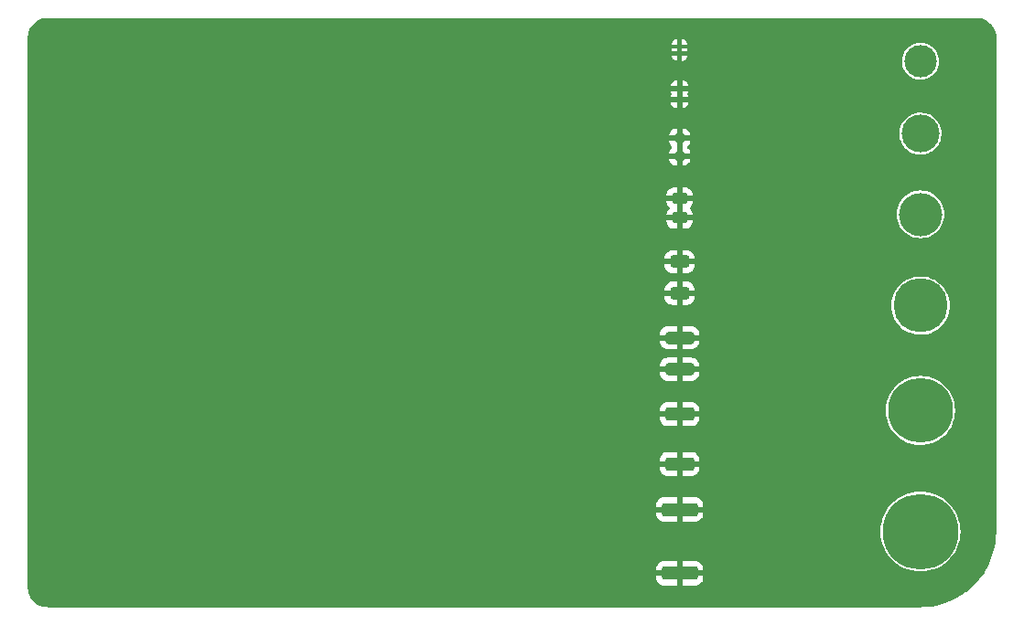
<source format=gbr>
%TF.GenerationSoftware,KiCad,Pcbnew,(6.0.0)*%
%TF.CreationDate,2022-07-14T20:59:07+12:00*%
%TF.ProjectId,BUSINESS_CARD,42555349-4e45-4535-935f-434152442e6b,0A*%
%TF.SameCoordinates,Original*%
%TF.FileFunction,Copper,L2,Bot*%
%TF.FilePolarity,Positive*%
%FSLAX46Y46*%
G04 Gerber Fmt 4.6, Leading zero omitted, Abs format (unit mm)*
G04 Created by KiCad (PCBNEW (6.0.0)) date 2022-07-14 20:59:07*
%MOMM*%
%LPD*%
G01*
G04 APERTURE LIST*
G04 Aperture macros list*
%AMRoundRect*
0 Rectangle with rounded corners*
0 $1 Rounding radius*
0 $2 $3 $4 $5 $6 $7 $8 $9 X,Y pos of 4 corners*
0 Add a 4 corners polygon primitive as box body*
4,1,4,$2,$3,$4,$5,$6,$7,$8,$9,$2,$3,0*
0 Add four circle primitives for the rounded corners*
1,1,$1+$1,$2,$3*
1,1,$1+$1,$4,$5*
1,1,$1+$1,$6,$7*
1,1,$1+$1,$8,$9*
0 Add four rect primitives between the rounded corners*
20,1,$1+$1,$2,$3,$4,$5,0*
20,1,$1+$1,$4,$5,$6,$7,0*
20,1,$1+$1,$6,$7,$8,$9,0*
20,1,$1+$1,$8,$9,$2,$3,0*%
G04 Aperture macros list end*
%TA.AperFunction,ComponentPad*%
%ADD10C,3.000000*%
%TD*%
%TA.AperFunction,ComponentPad*%
%ADD11C,3.500000*%
%TD*%
%TA.AperFunction,ComponentPad*%
%ADD12C,5.000000*%
%TD*%
%TA.AperFunction,ComponentPad*%
%ADD13C,4.000000*%
%TD*%
%TA.AperFunction,ComponentPad*%
%ADD14C,6.000000*%
%TD*%
%TA.AperFunction,ComponentPad*%
%ADD15C,7.000000*%
%TD*%
%TA.AperFunction,SMDPad,CuDef*%
%ADD16RoundRect,0.250000X-1.425000X0.362500X-1.425000X-0.362500X1.425000X-0.362500X1.425000X0.362500X0*%
%TD*%
%TA.AperFunction,SMDPad,CuDef*%
%ADD17RoundRect,0.200000X-0.275000X0.200000X-0.275000X-0.200000X0.275000X-0.200000X0.275000X0.200000X0*%
%TD*%
%TA.AperFunction,SMDPad,CuDef*%
%ADD18RoundRect,0.250000X-0.625000X0.312500X-0.625000X-0.312500X0.625000X-0.312500X0.625000X0.312500X0*%
%TD*%
%TA.AperFunction,SMDPad,CuDef*%
%ADD19RoundRect,0.100000X-0.100000X0.130000X-0.100000X-0.130000X0.100000X-0.130000X0.100000X0.130000X0*%
%TD*%
%TA.AperFunction,SMDPad,CuDef*%
%ADD20RoundRect,0.250000X-1.075000X0.362500X-1.075000X-0.362500X1.075000X-0.362500X1.075000X0.362500X0*%
%TD*%
%TA.AperFunction,SMDPad,CuDef*%
%ADD21RoundRect,0.250000X-0.450000X0.262500X-0.450000X-0.262500X0.450000X-0.262500X0.450000X0.262500X0*%
%TD*%
%TA.AperFunction,SMDPad,CuDef*%
%ADD22RoundRect,0.250000X-1.075000X0.312500X-1.075000X-0.312500X1.075000X-0.312500X1.075000X0.312500X0*%
%TD*%
%TA.AperFunction,SMDPad,CuDef*%
%ADD23RoundRect,0.135000X-0.185000X0.135000X-0.185000X-0.135000X0.185000X-0.135000X0.185000X0.135000X0*%
%TD*%
G04 APERTURE END LIST*
D10*
%TO.P,H1,1*%
%TO.N,N/C*%
X237786000Y-126714000D03*
%TD*%
D11*
%TO.P,H2,1*%
%TO.N,N/C*%
X237786000Y-133429000D03*
%TD*%
D12*
%TO.P,H4,1*%
%TO.N,N/C*%
X237786000Y-149357000D03*
%TD*%
D13*
%TO.P,H3,1*%
%TO.N,N/C*%
X237786000Y-140893000D03*
%TD*%
D14*
%TO.P,H5,1*%
%TO.N,N/C*%
X237786000Y-159071000D03*
%TD*%
D15*
%TO.P,H6,1*%
%TO.N,N/C*%
X237786000Y-170286000D03*
%TD*%
D16*
%TO.P,R8,1*%
%TO.N,GND*%
X215500000Y-168239500D03*
%TO.P,R8,2*%
X215500000Y-174164500D03*
%TD*%
D17*
%TO.P,R3,1*%
%TO.N,GND*%
X215500000Y-133845000D03*
%TO.P,R3,2*%
X215500000Y-135495000D03*
%TD*%
D18*
%TO.P,R5,1*%
%TO.N,GND*%
X215500000Y-145287500D03*
%TO.P,R5,2*%
X215500000Y-148212500D03*
%TD*%
D19*
%TO.P,R1,1*%
%TO.N,GND*%
X215500000Y-125360000D03*
%TO.P,R1,2*%
X215500000Y-126000000D03*
%TD*%
D20*
%TO.P,R6,1*%
%TO.N,GND*%
X215500000Y-159407500D03*
%TO.P,R6,2*%
X215500000Y-164032500D03*
%TD*%
D21*
%TO.P,R4,1*%
%TO.N,GND*%
X215500000Y-139397500D03*
%TO.P,R4,2*%
X215500000Y-141222500D03*
%TD*%
D22*
%TO.P,R7,1*%
%TO.N,GND*%
X215500000Y-152327500D03*
%TO.P,R7,2*%
X215500000Y-155252500D03*
%TD*%
D23*
%TO.P,R2,1*%
%TO.N,GND*%
X215500000Y-129250000D03*
%TO.P,R2,2*%
X215500000Y-130270000D03*
%TD*%
%TA.AperFunction,Conductor*%
%TO.N,GND*%
G36*
X242988227Y-122702518D02*
G01*
X242999642Y-122705143D01*
X243010517Y-122702682D01*
X243021664Y-122702702D01*
X243021664Y-122702863D01*
X243031669Y-122702076D01*
X243103759Y-122706801D01*
X243228475Y-122714975D01*
X243241302Y-122716663D01*
X243459516Y-122760068D01*
X243472016Y-122763418D01*
X243682691Y-122834933D01*
X243694653Y-122839889D01*
X243776954Y-122880475D01*
X243894180Y-122938284D01*
X243905386Y-122944753D01*
X244090385Y-123068365D01*
X244100639Y-123076233D01*
X244267914Y-123222930D01*
X244277069Y-123232085D01*
X244423767Y-123399361D01*
X244431635Y-123409615D01*
X244555247Y-123594614D01*
X244561716Y-123605820D01*
X244660111Y-123805346D01*
X244665067Y-123817309D01*
X244736581Y-124027980D01*
X244739933Y-124040489D01*
X244783336Y-124258691D01*
X244785026Y-124271530D01*
X244797891Y-124467816D01*
X244797101Y-124477628D01*
X244797375Y-124477628D01*
X244797355Y-124488778D01*
X244794857Y-124499642D01*
X244797317Y-124510514D01*
X244797317Y-124510516D01*
X244797559Y-124511583D01*
X244800000Y-124533432D01*
X244800000Y-170252040D01*
X244797482Y-170274227D01*
X244794857Y-170285642D01*
X244797317Y-170296514D01*
X244797308Y-170301702D01*
X244798851Y-170318167D01*
X244782255Y-170782837D01*
X244781751Y-170789886D01*
X244728985Y-171280684D01*
X244727979Y-171287679D01*
X244640336Y-171773453D01*
X244638834Y-171780358D01*
X244516759Y-172258645D01*
X244514768Y-172265426D01*
X244358881Y-172733788D01*
X244356411Y-172740409D01*
X244167510Y-173196459D01*
X244164577Y-173202881D01*
X244124852Y-173282241D01*
X243943623Y-173644289D01*
X243940236Y-173650492D01*
X243688360Y-174075007D01*
X243684541Y-174080950D01*
X243403011Y-174486431D01*
X243398778Y-174492086D01*
X243105821Y-174855624D01*
X243089046Y-174876440D01*
X243084425Y-174881773D01*
X242748057Y-175243059D01*
X242743066Y-175248050D01*
X242381773Y-175584425D01*
X242376448Y-175589039D01*
X242187493Y-175741309D01*
X241992088Y-175898776D01*
X241986433Y-175903010D01*
X241807195Y-176027457D01*
X241580952Y-176184540D01*
X241575010Y-176188358D01*
X241441036Y-176267849D01*
X241150492Y-176440236D01*
X241144289Y-176443623D01*
X240983198Y-176524260D01*
X240702881Y-176664577D01*
X240696459Y-176667510D01*
X240240409Y-176856411D01*
X240233788Y-176858881D01*
X240038859Y-176923760D01*
X239765418Y-177014770D01*
X239758653Y-177016757D01*
X239280353Y-177138835D01*
X239273457Y-177140335D01*
X238787668Y-177227981D01*
X238780695Y-177228983D01*
X238499016Y-177259267D01*
X238289886Y-177281751D01*
X238282837Y-177282255D01*
X237989056Y-177292748D01*
X237818692Y-177298833D01*
X237803329Y-177297366D01*
X237797221Y-177297355D01*
X237786358Y-177294857D01*
X237775486Y-177297317D01*
X237775484Y-177297317D01*
X237774417Y-177297559D01*
X237752568Y-177300000D01*
X157033960Y-177300000D01*
X157011773Y-177297482D01*
X157000358Y-177294857D01*
X156989483Y-177297318D01*
X156978336Y-177297298D01*
X156978336Y-177297137D01*
X156968331Y-177297924D01*
X156896241Y-177293199D01*
X156771525Y-177285025D01*
X156758698Y-177283337D01*
X156540484Y-177239932D01*
X156527984Y-177236582D01*
X156317308Y-177165067D01*
X156305346Y-177160111D01*
X156284304Y-177149734D01*
X156105820Y-177061716D01*
X156094614Y-177055247D01*
X155909615Y-176931635D01*
X155899361Y-176923767D01*
X155732085Y-176777069D01*
X155722930Y-176767914D01*
X155708997Y-176752027D01*
X155576233Y-176600639D01*
X155568365Y-176590385D01*
X155444753Y-176405386D01*
X155438284Y-176394180D01*
X155380475Y-176276954D01*
X155339889Y-176194653D01*
X155334933Y-176182691D01*
X155263419Y-175972020D01*
X155260067Y-175959511D01*
X155216663Y-175741302D01*
X155214974Y-175728470D01*
X155205691Y-175586827D01*
X155202109Y-175532181D01*
X155202899Y-175522372D01*
X155202625Y-175522372D01*
X155202645Y-175511222D01*
X155205143Y-175500358D01*
X155202683Y-175489486D01*
X155202683Y-175489484D01*
X155202441Y-175488417D01*
X155200000Y-175466568D01*
X155200000Y-174574792D01*
X213317001Y-174574792D01*
X213317267Y-174579922D01*
X213327409Y-174677673D01*
X213329682Y-174688200D01*
X213382086Y-174845277D01*
X213386933Y-174855624D01*
X213473891Y-174996145D01*
X213480987Y-175005098D01*
X213597939Y-175121847D01*
X213606904Y-175128927D01*
X213747580Y-175215641D01*
X213757934Y-175220469D01*
X213915110Y-175272602D01*
X213925621Y-175274855D01*
X214022112Y-175284741D01*
X214027170Y-175285000D01*
X215230320Y-175285000D01*
X215243005Y-175280878D01*
X215246000Y-175276757D01*
X215246000Y-175269319D01*
X215754000Y-175269319D01*
X215758122Y-175282004D01*
X215762243Y-175284999D01*
X216972792Y-175284999D01*
X216977922Y-175284733D01*
X217075673Y-175274591D01*
X217086200Y-175272318D01*
X217243277Y-175219914D01*
X217253624Y-175215067D01*
X217394145Y-175128109D01*
X217403098Y-175121013D01*
X217519847Y-175004061D01*
X217526927Y-174995096D01*
X217613641Y-174854420D01*
X217618469Y-174844066D01*
X217670602Y-174686890D01*
X217672855Y-174676379D01*
X217682741Y-174579888D01*
X217683000Y-174574830D01*
X217683000Y-174434180D01*
X217678878Y-174421495D01*
X217674757Y-174418500D01*
X215769680Y-174418500D01*
X215756995Y-174422622D01*
X215754000Y-174426743D01*
X215754000Y-175269319D01*
X215246000Y-175269319D01*
X215246000Y-174434180D01*
X215241878Y-174421495D01*
X215237757Y-174418500D01*
X213332681Y-174418500D01*
X213319996Y-174422622D01*
X213317001Y-174426743D01*
X213317001Y-174574792D01*
X155200000Y-174574792D01*
X155200000Y-173894820D01*
X213317000Y-173894820D01*
X213321122Y-173907505D01*
X213325243Y-173910500D01*
X215230320Y-173910500D01*
X215243005Y-173906378D01*
X215246000Y-173902257D01*
X215246000Y-173894820D01*
X215754000Y-173894820D01*
X215758122Y-173907505D01*
X215762243Y-173910500D01*
X217667319Y-173910500D01*
X217680004Y-173906378D01*
X217682999Y-173902257D01*
X217682999Y-173754208D01*
X217682733Y-173749078D01*
X217672591Y-173651327D01*
X217670318Y-173640800D01*
X217617914Y-173483723D01*
X217613067Y-173473376D01*
X217526109Y-173332855D01*
X217519013Y-173323902D01*
X217402061Y-173207153D01*
X217393096Y-173200073D01*
X217252420Y-173113359D01*
X217242066Y-173108531D01*
X217084890Y-173056398D01*
X217074379Y-173054145D01*
X216977888Y-173044259D01*
X216972830Y-173044000D01*
X215769680Y-173044000D01*
X215756995Y-173048122D01*
X215754000Y-173052243D01*
X215754000Y-173894820D01*
X215246000Y-173894820D01*
X215246000Y-173059681D01*
X215241878Y-173046996D01*
X215237757Y-173044001D01*
X214027208Y-173044001D01*
X214022078Y-173044267D01*
X213924327Y-173054409D01*
X213913800Y-173056682D01*
X213756723Y-173109086D01*
X213746376Y-173113933D01*
X213605855Y-173200891D01*
X213596902Y-173207987D01*
X213480153Y-173324939D01*
X213473073Y-173333904D01*
X213386359Y-173474580D01*
X213381531Y-173484934D01*
X213329398Y-173642110D01*
X213327145Y-173652621D01*
X213317259Y-173749112D01*
X213317000Y-173754171D01*
X213317000Y-173894820D01*
X155200000Y-173894820D01*
X155200000Y-170286000D01*
X234080422Y-170286000D01*
X234100722Y-170673338D01*
X234161398Y-171056433D01*
X234261786Y-171431087D01*
X234400786Y-171793194D01*
X234576875Y-172138789D01*
X234578286Y-172140961D01*
X234578289Y-172140967D01*
X234786707Y-172461903D01*
X234786713Y-172461911D01*
X234788124Y-172464084D01*
X235032219Y-172765516D01*
X235306484Y-173039781D01*
X235607916Y-173283876D01*
X235610089Y-173285287D01*
X235610097Y-173285293D01*
X235931033Y-173493711D01*
X235931039Y-173493714D01*
X235933211Y-173495125D01*
X236278806Y-173671214D01*
X236640913Y-173810214D01*
X236643416Y-173810885D01*
X236643417Y-173810885D01*
X237013058Y-173909930D01*
X237013063Y-173909931D01*
X237015567Y-173910602D01*
X237018138Y-173911009D01*
X237018137Y-173911009D01*
X237396096Y-173970872D01*
X237396104Y-173970873D01*
X237398662Y-173971278D01*
X237786000Y-173991578D01*
X238173338Y-173971278D01*
X238175896Y-173970873D01*
X238175904Y-173970872D01*
X238553863Y-173911009D01*
X238553862Y-173911009D01*
X238556433Y-173910602D01*
X238558937Y-173909931D01*
X238558942Y-173909930D01*
X238928583Y-173810885D01*
X238928584Y-173810885D01*
X238931087Y-173810214D01*
X239293194Y-173671214D01*
X239638789Y-173495125D01*
X239640961Y-173493714D01*
X239640967Y-173493711D01*
X239961903Y-173285293D01*
X239961911Y-173285287D01*
X239964084Y-173283876D01*
X240265516Y-173039781D01*
X240539781Y-172765516D01*
X240783876Y-172464084D01*
X240785287Y-172461911D01*
X240785293Y-172461903D01*
X240993711Y-172140967D01*
X240993714Y-172140961D01*
X240995125Y-172138789D01*
X241171214Y-171793194D01*
X241310214Y-171431087D01*
X241410602Y-171056433D01*
X241471278Y-170673338D01*
X241491578Y-170286000D01*
X241471278Y-169898662D01*
X241410602Y-169515567D01*
X241366710Y-169351757D01*
X241310885Y-169143417D01*
X241310885Y-169143416D01*
X241310214Y-169140913D01*
X241171214Y-168778806D01*
X240995125Y-168433211D01*
X240993711Y-168431033D01*
X240785293Y-168110097D01*
X240785287Y-168110089D01*
X240783876Y-168107916D01*
X240539781Y-167806484D01*
X240265516Y-167532219D01*
X239964084Y-167288124D01*
X239961911Y-167286713D01*
X239961903Y-167286707D01*
X239640967Y-167078289D01*
X239640961Y-167078286D01*
X239638789Y-167076875D01*
X239293194Y-166900786D01*
X238931087Y-166761786D01*
X238928583Y-166761115D01*
X238558942Y-166662070D01*
X238558937Y-166662069D01*
X238556433Y-166661398D01*
X238515884Y-166654976D01*
X238175904Y-166601128D01*
X238175896Y-166601127D01*
X238173338Y-166600722D01*
X237786000Y-166580422D01*
X237398662Y-166600722D01*
X237396104Y-166601127D01*
X237396096Y-166601128D01*
X237056116Y-166654976D01*
X237015567Y-166661398D01*
X237013063Y-166662069D01*
X237013058Y-166662070D01*
X236643417Y-166761115D01*
X236640913Y-166761786D01*
X236278806Y-166900786D01*
X235933211Y-167076875D01*
X235931039Y-167078286D01*
X235931033Y-167078289D01*
X235610097Y-167286707D01*
X235610089Y-167286713D01*
X235607916Y-167288124D01*
X235306484Y-167532219D01*
X235032219Y-167806484D01*
X234788124Y-168107916D01*
X234786713Y-168110089D01*
X234786707Y-168110097D01*
X234578289Y-168431033D01*
X234576875Y-168433211D01*
X234400786Y-168778806D01*
X234261786Y-169140913D01*
X234261115Y-169143416D01*
X234261115Y-169143417D01*
X234205291Y-169351757D01*
X234161398Y-169515567D01*
X234100722Y-169898662D01*
X234080422Y-170286000D01*
X155200000Y-170286000D01*
X155200000Y-168649792D01*
X213317001Y-168649792D01*
X213317267Y-168654922D01*
X213327409Y-168752673D01*
X213329682Y-168763200D01*
X213382086Y-168920277D01*
X213386933Y-168930624D01*
X213473891Y-169071145D01*
X213480987Y-169080098D01*
X213597939Y-169196847D01*
X213606904Y-169203927D01*
X213747580Y-169290641D01*
X213757934Y-169295469D01*
X213915110Y-169347602D01*
X213925621Y-169349855D01*
X214022112Y-169359741D01*
X214027170Y-169360000D01*
X215230320Y-169360000D01*
X215243005Y-169355878D01*
X215246000Y-169351757D01*
X215246000Y-169344319D01*
X215754000Y-169344319D01*
X215758122Y-169357004D01*
X215762243Y-169359999D01*
X216972792Y-169359999D01*
X216977922Y-169359733D01*
X217075673Y-169349591D01*
X217086200Y-169347318D01*
X217243277Y-169294914D01*
X217253624Y-169290067D01*
X217394145Y-169203109D01*
X217403098Y-169196013D01*
X217519847Y-169079061D01*
X217526927Y-169070096D01*
X217613641Y-168929420D01*
X217618469Y-168919066D01*
X217670602Y-168761890D01*
X217672855Y-168751379D01*
X217682741Y-168654888D01*
X217683000Y-168649830D01*
X217683000Y-168509180D01*
X217678878Y-168496495D01*
X217674757Y-168493500D01*
X215769680Y-168493500D01*
X215756995Y-168497622D01*
X215754000Y-168501743D01*
X215754000Y-169344319D01*
X215246000Y-169344319D01*
X215246000Y-168509180D01*
X215241878Y-168496495D01*
X215237757Y-168493500D01*
X213332681Y-168493500D01*
X213319996Y-168497622D01*
X213317001Y-168501743D01*
X213317001Y-168649792D01*
X155200000Y-168649792D01*
X155200000Y-167969820D01*
X213317000Y-167969820D01*
X213321122Y-167982505D01*
X213325243Y-167985500D01*
X215230320Y-167985500D01*
X215243005Y-167981378D01*
X215246000Y-167977257D01*
X215246000Y-167969820D01*
X215754000Y-167969820D01*
X215758122Y-167982505D01*
X215762243Y-167985500D01*
X217667319Y-167985500D01*
X217680004Y-167981378D01*
X217682999Y-167977257D01*
X217682999Y-167829208D01*
X217682733Y-167824078D01*
X217672591Y-167726327D01*
X217670318Y-167715800D01*
X217617914Y-167558723D01*
X217613067Y-167548376D01*
X217526109Y-167407855D01*
X217519013Y-167398902D01*
X217402061Y-167282153D01*
X217393096Y-167275073D01*
X217252420Y-167188359D01*
X217242066Y-167183531D01*
X217084890Y-167131398D01*
X217074379Y-167129145D01*
X216977888Y-167119259D01*
X216972830Y-167119000D01*
X215769680Y-167119000D01*
X215756995Y-167123122D01*
X215754000Y-167127243D01*
X215754000Y-167969820D01*
X215246000Y-167969820D01*
X215246000Y-167134681D01*
X215241878Y-167121996D01*
X215237757Y-167119001D01*
X214027208Y-167119001D01*
X214022078Y-167119267D01*
X213924327Y-167129409D01*
X213913800Y-167131682D01*
X213756723Y-167184086D01*
X213746376Y-167188933D01*
X213605855Y-167275891D01*
X213596902Y-167282987D01*
X213480153Y-167399939D01*
X213473073Y-167408904D01*
X213386359Y-167549580D01*
X213381531Y-167559934D01*
X213329398Y-167717110D01*
X213327145Y-167727621D01*
X213317259Y-167824112D01*
X213317000Y-167829171D01*
X213317000Y-167969820D01*
X155200000Y-167969820D01*
X155200000Y-164442792D01*
X213667001Y-164442792D01*
X213667267Y-164447922D01*
X213677409Y-164545673D01*
X213679682Y-164556200D01*
X213732086Y-164713277D01*
X213736933Y-164723624D01*
X213823891Y-164864145D01*
X213830987Y-164873098D01*
X213947939Y-164989847D01*
X213956904Y-164996927D01*
X214097580Y-165083641D01*
X214107934Y-165088469D01*
X214265110Y-165140602D01*
X214275621Y-165142855D01*
X214372112Y-165152741D01*
X214377170Y-165153000D01*
X215230320Y-165153000D01*
X215243005Y-165148878D01*
X215246000Y-165144757D01*
X215246000Y-165137319D01*
X215754000Y-165137319D01*
X215758122Y-165150004D01*
X215762243Y-165152999D01*
X216622792Y-165152999D01*
X216627922Y-165152733D01*
X216725673Y-165142591D01*
X216736200Y-165140318D01*
X216893277Y-165087914D01*
X216903624Y-165083067D01*
X217044145Y-164996109D01*
X217053098Y-164989013D01*
X217169847Y-164872061D01*
X217176927Y-164863096D01*
X217263641Y-164722420D01*
X217268469Y-164712066D01*
X217320602Y-164554890D01*
X217322855Y-164544379D01*
X217332741Y-164447888D01*
X217333000Y-164442830D01*
X217333000Y-164302180D01*
X217328878Y-164289495D01*
X217324757Y-164286500D01*
X215769680Y-164286500D01*
X215756995Y-164290622D01*
X215754000Y-164294743D01*
X215754000Y-165137319D01*
X215246000Y-165137319D01*
X215246000Y-164302180D01*
X215241878Y-164289495D01*
X215237757Y-164286500D01*
X213682681Y-164286500D01*
X213669996Y-164290622D01*
X213667001Y-164294743D01*
X213667001Y-164442792D01*
X155200000Y-164442792D01*
X155200000Y-163762820D01*
X213667000Y-163762820D01*
X213671122Y-163775505D01*
X213675243Y-163778500D01*
X215230320Y-163778500D01*
X215243005Y-163774378D01*
X215246000Y-163770257D01*
X215246000Y-163762820D01*
X215754000Y-163762820D01*
X215758122Y-163775505D01*
X215762243Y-163778500D01*
X217317319Y-163778500D01*
X217330004Y-163774378D01*
X217332999Y-163770257D01*
X217332999Y-163622208D01*
X217332733Y-163617078D01*
X217322591Y-163519327D01*
X217320318Y-163508800D01*
X217267914Y-163351723D01*
X217263067Y-163341376D01*
X217176109Y-163200855D01*
X217169013Y-163191902D01*
X217052061Y-163075153D01*
X217043096Y-163068073D01*
X216902420Y-162981359D01*
X216892066Y-162976531D01*
X216734890Y-162924398D01*
X216724379Y-162922145D01*
X216627888Y-162912259D01*
X216622830Y-162912000D01*
X215769680Y-162912000D01*
X215756995Y-162916122D01*
X215754000Y-162920243D01*
X215754000Y-163762820D01*
X215246000Y-163762820D01*
X215246000Y-162927681D01*
X215241878Y-162914996D01*
X215237757Y-162912001D01*
X214377208Y-162912001D01*
X214372078Y-162912267D01*
X214274327Y-162922409D01*
X214263800Y-162924682D01*
X214106723Y-162977086D01*
X214096376Y-162981933D01*
X213955855Y-163068891D01*
X213946902Y-163075987D01*
X213830153Y-163192939D01*
X213823073Y-163201904D01*
X213736359Y-163342580D01*
X213731531Y-163352934D01*
X213679398Y-163510110D01*
X213677145Y-163520621D01*
X213667259Y-163617112D01*
X213667000Y-163622171D01*
X213667000Y-163762820D01*
X155200000Y-163762820D01*
X155200000Y-159817792D01*
X213667001Y-159817792D01*
X213667267Y-159822922D01*
X213677409Y-159920673D01*
X213679682Y-159931200D01*
X213732086Y-160088277D01*
X213736933Y-160098624D01*
X213823891Y-160239145D01*
X213830987Y-160248098D01*
X213947939Y-160364847D01*
X213956904Y-160371927D01*
X214097580Y-160458641D01*
X214107934Y-160463469D01*
X214265110Y-160515602D01*
X214275621Y-160517855D01*
X214372112Y-160527741D01*
X214377170Y-160528000D01*
X215230320Y-160528000D01*
X215243005Y-160523878D01*
X215246000Y-160519757D01*
X215246000Y-160512319D01*
X215754000Y-160512319D01*
X215758122Y-160525004D01*
X215762243Y-160527999D01*
X216622792Y-160527999D01*
X216627922Y-160527733D01*
X216725673Y-160517591D01*
X216736200Y-160515318D01*
X216893277Y-160462914D01*
X216903624Y-160458067D01*
X217044145Y-160371109D01*
X217053098Y-160364013D01*
X217169847Y-160247061D01*
X217176927Y-160238096D01*
X217263641Y-160097420D01*
X217268469Y-160087066D01*
X217320602Y-159929890D01*
X217322855Y-159919379D01*
X217332741Y-159822888D01*
X217333000Y-159817830D01*
X217333000Y-159677180D01*
X217328878Y-159664495D01*
X217324757Y-159661500D01*
X215769680Y-159661500D01*
X215756995Y-159665622D01*
X215754000Y-159669743D01*
X215754000Y-160512319D01*
X215246000Y-160512319D01*
X215246000Y-159677180D01*
X215241878Y-159664495D01*
X215237757Y-159661500D01*
X213682681Y-159661500D01*
X213669996Y-159665622D01*
X213667001Y-159669743D01*
X213667001Y-159817792D01*
X155200000Y-159817792D01*
X155200000Y-159137820D01*
X213667000Y-159137820D01*
X213671122Y-159150505D01*
X213675243Y-159153500D01*
X215230320Y-159153500D01*
X215243005Y-159149378D01*
X215246000Y-159145257D01*
X215246000Y-159137820D01*
X215754000Y-159137820D01*
X215758122Y-159150505D01*
X215762243Y-159153500D01*
X217317319Y-159153500D01*
X217330004Y-159149378D01*
X217332999Y-159145257D01*
X217332999Y-159026244D01*
X234580769Y-159026244D01*
X234595756Y-159383806D01*
X234596177Y-159386528D01*
X234596178Y-159386534D01*
X234616395Y-159517125D01*
X234650506Y-159737470D01*
X234744337Y-160082827D01*
X234745355Y-160085399D01*
X234745357Y-160085404D01*
X234858476Y-160371109D01*
X234876080Y-160415572D01*
X235044093Y-160731558D01*
X235045655Y-160733839D01*
X235244713Y-161024558D01*
X235244719Y-161024566D01*
X235246281Y-161026847D01*
X235480125Y-161297757D01*
X235742710Y-161540913D01*
X236030763Y-161753284D01*
X236340693Y-161932222D01*
X236473481Y-161990236D01*
X236666114Y-162074396D01*
X236666118Y-162074398D01*
X236668637Y-162075498D01*
X236671263Y-162076311D01*
X236671266Y-162076312D01*
X237007868Y-162180508D01*
X237007877Y-162180510D01*
X237010509Y-162181325D01*
X237362046Y-162248384D01*
X237718868Y-162275840D01*
X237721620Y-162275744D01*
X237721625Y-162275744D01*
X237956591Y-162267538D01*
X238076527Y-162263350D01*
X238430564Y-162211071D01*
X238433233Y-162210366D01*
X238433237Y-162210365D01*
X238773907Y-162120356D01*
X238773910Y-162120355D01*
X238776567Y-162119653D01*
X239110224Y-161990236D01*
X239427375Y-161824433D01*
X239724068Y-161624311D01*
X239726181Y-161622513D01*
X239994501Y-161394155D01*
X239994505Y-161394152D01*
X239996605Y-161392364D01*
X239998490Y-161390357D01*
X239998496Y-161390351D01*
X240239692Y-161133502D01*
X240241588Y-161131483D01*
X240321579Y-161024558D01*
X240454305Y-160847139D01*
X240455965Y-160844920D01*
X240457361Y-160842540D01*
X240457366Y-160842533D01*
X240635663Y-160538631D01*
X240637062Y-160536247D01*
X240782624Y-160209311D01*
X240870846Y-159931200D01*
X240890002Y-159870813D01*
X240890003Y-159870808D01*
X240890835Y-159868186D01*
X240916189Y-159740140D01*
X240959811Y-159519834D01*
X240959812Y-159519827D01*
X240960347Y-159517125D01*
X240990293Y-159160504D01*
X240991543Y-159071000D01*
X240987418Y-158997208D01*
X240971720Y-158716436D01*
X240971720Y-158716435D01*
X240971566Y-158713682D01*
X240911883Y-158360817D01*
X240813239Y-158016804D01*
X240676863Y-157685931D01*
X240504455Y-157372321D01*
X240298163Y-157079884D01*
X240060560Y-156812265D01*
X240058511Y-156810421D01*
X240058507Y-156810416D01*
X239927037Y-156692041D01*
X239794605Y-156572799D01*
X239721251Y-156520283D01*
X239505871Y-156366085D01*
X239505866Y-156366082D01*
X239503616Y-156364471D01*
X239191218Y-156189877D01*
X239188670Y-156188806D01*
X239188662Y-156188802D01*
X238987034Y-156104046D01*
X238861304Y-156051194D01*
X238517989Y-155950151D01*
X238297731Y-155911313D01*
X238168267Y-155888485D01*
X238168262Y-155888484D01*
X238165549Y-155888006D01*
X237808379Y-155865535D01*
X237805618Y-155865670D01*
X237805614Y-155865670D01*
X237499171Y-155880658D01*
X237450930Y-155883017D01*
X237097657Y-155940235D01*
X236752963Y-156036475D01*
X236592989Y-156101109D01*
X236423707Y-156169503D01*
X236423703Y-156169505D01*
X236421146Y-156170538D01*
X236382879Y-156191229D01*
X236108770Y-156339439D01*
X236108761Y-156339444D01*
X236106341Y-156340753D01*
X235812471Y-156544998D01*
X235543199Y-156780727D01*
X235301882Y-157045003D01*
X235091528Y-157334531D01*
X235090161Y-157336938D01*
X235090160Y-157336939D01*
X234916125Y-157643294D01*
X234916121Y-157643301D01*
X234914757Y-157645703D01*
X234913668Y-157648245D01*
X234913664Y-157648252D01*
X234832766Y-157837004D01*
X234773775Y-157974640D01*
X234772979Y-157977275D01*
X234772978Y-157977279D01*
X234675639Y-158299682D01*
X234670337Y-158317242D01*
X234669841Y-158319945D01*
X234669839Y-158319953D01*
X234606233Y-158666518D01*
X234605734Y-158669239D01*
X234580769Y-159026244D01*
X217332999Y-159026244D01*
X217332999Y-158997208D01*
X217332733Y-158992078D01*
X217322591Y-158894327D01*
X217320318Y-158883800D01*
X217267914Y-158726723D01*
X217263067Y-158716376D01*
X217176109Y-158575855D01*
X217169013Y-158566902D01*
X217052061Y-158450153D01*
X217043096Y-158443073D01*
X216902420Y-158356359D01*
X216892066Y-158351531D01*
X216734890Y-158299398D01*
X216724379Y-158297145D01*
X216627888Y-158287259D01*
X216622830Y-158287000D01*
X215769680Y-158287000D01*
X215756995Y-158291122D01*
X215754000Y-158295243D01*
X215754000Y-159137820D01*
X215246000Y-159137820D01*
X215246000Y-158302681D01*
X215241878Y-158289996D01*
X215237757Y-158287001D01*
X214377208Y-158287001D01*
X214372078Y-158287267D01*
X214274327Y-158297409D01*
X214263800Y-158299682D01*
X214106723Y-158352086D01*
X214096376Y-158356933D01*
X213955855Y-158443891D01*
X213946902Y-158450987D01*
X213830153Y-158567939D01*
X213823073Y-158576904D01*
X213736359Y-158717580D01*
X213731531Y-158727934D01*
X213679398Y-158885110D01*
X213677145Y-158895621D01*
X213667259Y-158992112D01*
X213667000Y-158997171D01*
X213667000Y-159137820D01*
X155200000Y-159137820D01*
X155200000Y-155612792D01*
X213667001Y-155612792D01*
X213667267Y-155617922D01*
X213677409Y-155715673D01*
X213679682Y-155726200D01*
X213732086Y-155883277D01*
X213736933Y-155893624D01*
X213823891Y-156034145D01*
X213830987Y-156043098D01*
X213947939Y-156159847D01*
X213956904Y-156166927D01*
X214097580Y-156253641D01*
X214107934Y-156258469D01*
X214265110Y-156310602D01*
X214275621Y-156312855D01*
X214372112Y-156322741D01*
X214377170Y-156323000D01*
X215230320Y-156323000D01*
X215243005Y-156318878D01*
X215246000Y-156314757D01*
X215246000Y-156307319D01*
X215754000Y-156307319D01*
X215758122Y-156320004D01*
X215762243Y-156322999D01*
X216622792Y-156322999D01*
X216627922Y-156322733D01*
X216725673Y-156312591D01*
X216736200Y-156310318D01*
X216893277Y-156257914D01*
X216903624Y-156253067D01*
X217044145Y-156166109D01*
X217053098Y-156159013D01*
X217169847Y-156042061D01*
X217176927Y-156033096D01*
X217263641Y-155892420D01*
X217268469Y-155882066D01*
X217320602Y-155724890D01*
X217322855Y-155714379D01*
X217332741Y-155617888D01*
X217333000Y-155612830D01*
X217333000Y-155522180D01*
X217328878Y-155509495D01*
X217324757Y-155506500D01*
X215769680Y-155506500D01*
X215756995Y-155510622D01*
X215754000Y-155514743D01*
X215754000Y-156307319D01*
X215246000Y-156307319D01*
X215246000Y-155522180D01*
X215241878Y-155509495D01*
X215237757Y-155506500D01*
X213682681Y-155506500D01*
X213669996Y-155510622D01*
X213667001Y-155514743D01*
X213667001Y-155612792D01*
X155200000Y-155612792D01*
X155200000Y-154982820D01*
X213667000Y-154982820D01*
X213671122Y-154995505D01*
X213675243Y-154998500D01*
X215230320Y-154998500D01*
X215243005Y-154994378D01*
X215246000Y-154990257D01*
X215246000Y-154982820D01*
X215754000Y-154982820D01*
X215758122Y-154995505D01*
X215762243Y-154998500D01*
X217317319Y-154998500D01*
X217330004Y-154994378D01*
X217332999Y-154990257D01*
X217332999Y-154892208D01*
X217332733Y-154887078D01*
X217322591Y-154789327D01*
X217320318Y-154778800D01*
X217267914Y-154621723D01*
X217263067Y-154611376D01*
X217176109Y-154470855D01*
X217169013Y-154461902D01*
X217052061Y-154345153D01*
X217043096Y-154338073D01*
X216902420Y-154251359D01*
X216892066Y-154246531D01*
X216734890Y-154194398D01*
X216724379Y-154192145D01*
X216627888Y-154182259D01*
X216622830Y-154182000D01*
X215769680Y-154182000D01*
X215756995Y-154186122D01*
X215754000Y-154190243D01*
X215754000Y-154982820D01*
X215246000Y-154982820D01*
X215246000Y-154197681D01*
X215241878Y-154184996D01*
X215237757Y-154182001D01*
X214377208Y-154182001D01*
X214372078Y-154182267D01*
X214274327Y-154192409D01*
X214263800Y-154194682D01*
X214106723Y-154247086D01*
X214096376Y-154251933D01*
X213955855Y-154338891D01*
X213946902Y-154345987D01*
X213830153Y-154462939D01*
X213823073Y-154471904D01*
X213736359Y-154612580D01*
X213731531Y-154622934D01*
X213679398Y-154780110D01*
X213677145Y-154790621D01*
X213667259Y-154887112D01*
X213667000Y-154892171D01*
X213667000Y-154982820D01*
X155200000Y-154982820D01*
X155200000Y-152687792D01*
X213667001Y-152687792D01*
X213667267Y-152692922D01*
X213677409Y-152790673D01*
X213679682Y-152801200D01*
X213732086Y-152958277D01*
X213736933Y-152968624D01*
X213823891Y-153109145D01*
X213830987Y-153118098D01*
X213947939Y-153234847D01*
X213956904Y-153241927D01*
X214097580Y-153328641D01*
X214107934Y-153333469D01*
X214265110Y-153385602D01*
X214275621Y-153387855D01*
X214372112Y-153397741D01*
X214377170Y-153398000D01*
X215230320Y-153398000D01*
X215243005Y-153393878D01*
X215246000Y-153389757D01*
X215246000Y-153382319D01*
X215754000Y-153382319D01*
X215758122Y-153395004D01*
X215762243Y-153397999D01*
X216622792Y-153397999D01*
X216627922Y-153397733D01*
X216725673Y-153387591D01*
X216736200Y-153385318D01*
X216893277Y-153332914D01*
X216903624Y-153328067D01*
X217044145Y-153241109D01*
X217053098Y-153234013D01*
X217169847Y-153117061D01*
X217176927Y-153108096D01*
X217263641Y-152967420D01*
X217268469Y-152957066D01*
X217320602Y-152799890D01*
X217322855Y-152789379D01*
X217332741Y-152692888D01*
X217333000Y-152687830D01*
X217333000Y-152597180D01*
X217328878Y-152584495D01*
X217324757Y-152581500D01*
X215769680Y-152581500D01*
X215756995Y-152585622D01*
X215754000Y-152589743D01*
X215754000Y-153382319D01*
X215246000Y-153382319D01*
X215246000Y-152597180D01*
X215241878Y-152584495D01*
X215237757Y-152581500D01*
X213682681Y-152581500D01*
X213669996Y-152585622D01*
X213667001Y-152589743D01*
X213667001Y-152687792D01*
X155200000Y-152687792D01*
X155200000Y-152057820D01*
X213667000Y-152057820D01*
X213671122Y-152070505D01*
X213675243Y-152073500D01*
X215230320Y-152073500D01*
X215243005Y-152069378D01*
X215246000Y-152065257D01*
X215246000Y-152057820D01*
X215754000Y-152057820D01*
X215758122Y-152070505D01*
X215762243Y-152073500D01*
X217317319Y-152073500D01*
X217330004Y-152069378D01*
X217332999Y-152065257D01*
X217332999Y-151967208D01*
X217332733Y-151962078D01*
X217322591Y-151864327D01*
X217320318Y-151853800D01*
X217267914Y-151696723D01*
X217263067Y-151686376D01*
X217176109Y-151545855D01*
X217169013Y-151536902D01*
X217052061Y-151420153D01*
X217043096Y-151413073D01*
X216902420Y-151326359D01*
X216892066Y-151321531D01*
X216734890Y-151269398D01*
X216724379Y-151267145D01*
X216627888Y-151257259D01*
X216622830Y-151257000D01*
X215769680Y-151257000D01*
X215756995Y-151261122D01*
X215754000Y-151265243D01*
X215754000Y-152057820D01*
X215246000Y-152057820D01*
X215246000Y-151272681D01*
X215241878Y-151259996D01*
X215237757Y-151257001D01*
X214377208Y-151257001D01*
X214372078Y-151257267D01*
X214274327Y-151267409D01*
X214263800Y-151269682D01*
X214106723Y-151322086D01*
X214096376Y-151326933D01*
X213955855Y-151413891D01*
X213946902Y-151420987D01*
X213830153Y-151537939D01*
X213823073Y-151546904D01*
X213736359Y-151687580D01*
X213731531Y-151697934D01*
X213679398Y-151855110D01*
X213677145Y-151865621D01*
X213667259Y-151962112D01*
X213667000Y-151967171D01*
X213667000Y-152057820D01*
X155200000Y-152057820D01*
X155200000Y-149328669D01*
X235080712Y-149328669D01*
X235080860Y-149331643D01*
X235080860Y-149331648D01*
X235082122Y-149357000D01*
X235096902Y-149653879D01*
X235152045Y-149974789D01*
X235245341Y-150286749D01*
X235375439Y-150585242D01*
X235376951Y-150587814D01*
X235376953Y-150587818D01*
X235421076Y-150662873D01*
X235540455Y-150865944D01*
X235737998Y-151124788D01*
X235965208Y-151358025D01*
X235967526Y-151359892D01*
X235967527Y-151359893D01*
X236216461Y-151560399D01*
X236216466Y-151560403D01*
X236218792Y-151562276D01*
X236221322Y-151563854D01*
X236221325Y-151563856D01*
X236359566Y-151650070D01*
X236495078Y-151734583D01*
X236790063Y-151872451D01*
X237099474Y-151973881D01*
X237102401Y-151974463D01*
X237102404Y-151974464D01*
X237415912Y-152036825D01*
X237415919Y-152036826D01*
X237418830Y-152037405D01*
X237421792Y-152037630D01*
X237421797Y-152037631D01*
X237740531Y-152061876D01*
X237740535Y-152061876D01*
X237743505Y-152062102D01*
X237855445Y-152057117D01*
X238065819Y-152047748D01*
X238065827Y-152047747D01*
X238068795Y-152047615D01*
X238389989Y-151994154D01*
X238626683Y-151924716D01*
X238699561Y-151903336D01*
X238699563Y-151903335D01*
X238702434Y-151902493D01*
X238705183Y-151901312D01*
X238998865Y-151775136D01*
X238998868Y-151775134D01*
X239001604Y-151773959D01*
X239132491Y-151697934D01*
X239280586Y-151611913D01*
X239283165Y-151610415D01*
X239285537Y-151608624D01*
X239285545Y-151608619D01*
X239540669Y-151416020D01*
X239540670Y-151416019D01*
X239543040Y-151414230D01*
X239777464Y-151188245D01*
X239983040Y-150935733D01*
X240156792Y-150660354D01*
X240296202Y-150366095D01*
X240399251Y-150057218D01*
X240399848Y-150054298D01*
X240463849Y-149741123D01*
X240463850Y-149741114D01*
X240464446Y-149738199D01*
X240471065Y-149656820D01*
X240490701Y-149415409D01*
X240490702Y-149415397D01*
X240490843Y-149413658D01*
X240491436Y-149357000D01*
X240471841Y-149031977D01*
X240413342Y-148711663D01*
X240316784Y-148400696D01*
X240183567Y-148103582D01*
X240015621Y-147824624D01*
X239815377Y-147567863D01*
X239585738Y-147337018D01*
X239426341Y-147211359D01*
X239332374Y-147137281D01*
X239332367Y-147137276D01*
X239330029Y-147135433D01*
X239051954Y-146966029D01*
X239020428Y-146951695D01*
X238758261Y-146832494D01*
X238758257Y-146832493D01*
X238755542Y-146831258D01*
X238445085Y-146733073D01*
X238442155Y-146732522D01*
X238128012Y-146673448D01*
X238128009Y-146673448D01*
X238125081Y-146672897D01*
X237800166Y-146651601D01*
X237797185Y-146651765D01*
X237797178Y-146651765D01*
X237478022Y-146669330D01*
X237478019Y-146669330D01*
X237475045Y-146669494D01*
X237154429Y-146726315D01*
X237151571Y-146727186D01*
X237151567Y-146727187D01*
X237019079Y-146767567D01*
X236842961Y-146821244D01*
X236840235Y-146822449D01*
X236840230Y-146822451D01*
X236547885Y-146951695D01*
X236545153Y-146952903D01*
X236265319Y-147119386D01*
X236007513Y-147318282D01*
X235775469Y-147546710D01*
X235572548Y-147801360D01*
X235401690Y-148078544D01*
X235265369Y-148374247D01*
X235165560Y-148684185D01*
X235164995Y-148687104D01*
X235164995Y-148687105D01*
X235105591Y-148994145D01*
X235103709Y-149003870D01*
X235080712Y-149328669D01*
X155200000Y-149328669D01*
X155200000Y-148572792D01*
X214117001Y-148572792D01*
X214117267Y-148577922D01*
X214127409Y-148675673D01*
X214129682Y-148686200D01*
X214182086Y-148843277D01*
X214186933Y-148853624D01*
X214273891Y-148994145D01*
X214280987Y-149003098D01*
X214397939Y-149119847D01*
X214406904Y-149126927D01*
X214547580Y-149213641D01*
X214557934Y-149218469D01*
X214715110Y-149270602D01*
X214725621Y-149272855D01*
X214822112Y-149282741D01*
X214827170Y-149283000D01*
X215230320Y-149283000D01*
X215243005Y-149278878D01*
X215246000Y-149274757D01*
X215246000Y-149267319D01*
X215754000Y-149267319D01*
X215758122Y-149280004D01*
X215762243Y-149282999D01*
X216172792Y-149282999D01*
X216177922Y-149282733D01*
X216275673Y-149272591D01*
X216286200Y-149270318D01*
X216443277Y-149217914D01*
X216453624Y-149213067D01*
X216594145Y-149126109D01*
X216603098Y-149119013D01*
X216719847Y-149002061D01*
X216726927Y-148993096D01*
X216813641Y-148852420D01*
X216818469Y-148842066D01*
X216870602Y-148684890D01*
X216872855Y-148674379D01*
X216882741Y-148577888D01*
X216883000Y-148572830D01*
X216883000Y-148482180D01*
X216878878Y-148469495D01*
X216874757Y-148466500D01*
X215769680Y-148466500D01*
X215756995Y-148470622D01*
X215754000Y-148474743D01*
X215754000Y-149267319D01*
X215246000Y-149267319D01*
X215246000Y-148482180D01*
X215241878Y-148469495D01*
X215237757Y-148466500D01*
X214132681Y-148466500D01*
X214119996Y-148470622D01*
X214117001Y-148474743D01*
X214117001Y-148572792D01*
X155200000Y-148572792D01*
X155200000Y-147942820D01*
X214117000Y-147942820D01*
X214121122Y-147955505D01*
X214125243Y-147958500D01*
X215230320Y-147958500D01*
X215243005Y-147954378D01*
X215246000Y-147950257D01*
X215246000Y-147942820D01*
X215754000Y-147942820D01*
X215758122Y-147955505D01*
X215762243Y-147958500D01*
X216867319Y-147958500D01*
X216880004Y-147954378D01*
X216882999Y-147950257D01*
X216882999Y-147852208D01*
X216882733Y-147847078D01*
X216872591Y-147749327D01*
X216870318Y-147738800D01*
X216817914Y-147581723D01*
X216813067Y-147571376D01*
X216726109Y-147430855D01*
X216719013Y-147421902D01*
X216602061Y-147305153D01*
X216593096Y-147298073D01*
X216452420Y-147211359D01*
X216442066Y-147206531D01*
X216284890Y-147154398D01*
X216274379Y-147152145D01*
X216177888Y-147142259D01*
X216172830Y-147142000D01*
X215769680Y-147142000D01*
X215756995Y-147146122D01*
X215754000Y-147150243D01*
X215754000Y-147942820D01*
X215246000Y-147942820D01*
X215246000Y-147157681D01*
X215241878Y-147144996D01*
X215237757Y-147142001D01*
X214827208Y-147142001D01*
X214822078Y-147142267D01*
X214724327Y-147152409D01*
X214713800Y-147154682D01*
X214556723Y-147207086D01*
X214546376Y-147211933D01*
X214405855Y-147298891D01*
X214396902Y-147305987D01*
X214280153Y-147422939D01*
X214273073Y-147431904D01*
X214186359Y-147572580D01*
X214181531Y-147582934D01*
X214129398Y-147740110D01*
X214127145Y-147750621D01*
X214117259Y-147847112D01*
X214117000Y-147852171D01*
X214117000Y-147942820D01*
X155200000Y-147942820D01*
X155200000Y-145647792D01*
X214117001Y-145647792D01*
X214117267Y-145652922D01*
X214127409Y-145750673D01*
X214129682Y-145761200D01*
X214182086Y-145918277D01*
X214186933Y-145928624D01*
X214273891Y-146069145D01*
X214280987Y-146078098D01*
X214397939Y-146194847D01*
X214406904Y-146201927D01*
X214547580Y-146288641D01*
X214557934Y-146293469D01*
X214715110Y-146345602D01*
X214725621Y-146347855D01*
X214822112Y-146357741D01*
X214827170Y-146358000D01*
X215230320Y-146358000D01*
X215243005Y-146353878D01*
X215246000Y-146349757D01*
X215246000Y-146342319D01*
X215754000Y-146342319D01*
X215758122Y-146355004D01*
X215762243Y-146357999D01*
X216172792Y-146357999D01*
X216177922Y-146357733D01*
X216275673Y-146347591D01*
X216286200Y-146345318D01*
X216443277Y-146292914D01*
X216453624Y-146288067D01*
X216594145Y-146201109D01*
X216603098Y-146194013D01*
X216719847Y-146077061D01*
X216726927Y-146068096D01*
X216813641Y-145927420D01*
X216818469Y-145917066D01*
X216870602Y-145759890D01*
X216872855Y-145749379D01*
X216882741Y-145652888D01*
X216883000Y-145647830D01*
X216883000Y-145557180D01*
X216878878Y-145544495D01*
X216874757Y-145541500D01*
X215769680Y-145541500D01*
X215756995Y-145545622D01*
X215754000Y-145549743D01*
X215754000Y-146342319D01*
X215246000Y-146342319D01*
X215246000Y-145557180D01*
X215241878Y-145544495D01*
X215237757Y-145541500D01*
X214132681Y-145541500D01*
X214119996Y-145545622D01*
X214117001Y-145549743D01*
X214117001Y-145647792D01*
X155200000Y-145647792D01*
X155200000Y-145017820D01*
X214117000Y-145017820D01*
X214121122Y-145030505D01*
X214125243Y-145033500D01*
X215230320Y-145033500D01*
X215243005Y-145029378D01*
X215246000Y-145025257D01*
X215246000Y-145017820D01*
X215754000Y-145017820D01*
X215758122Y-145030505D01*
X215762243Y-145033500D01*
X216867319Y-145033500D01*
X216880004Y-145029378D01*
X216882999Y-145025257D01*
X216882999Y-144927208D01*
X216882733Y-144922078D01*
X216872591Y-144824327D01*
X216870318Y-144813800D01*
X216817914Y-144656723D01*
X216813067Y-144646376D01*
X216726109Y-144505855D01*
X216719013Y-144496902D01*
X216602061Y-144380153D01*
X216593096Y-144373073D01*
X216452420Y-144286359D01*
X216442066Y-144281531D01*
X216284890Y-144229398D01*
X216274379Y-144227145D01*
X216177888Y-144217259D01*
X216172830Y-144217000D01*
X215769680Y-144217000D01*
X215756995Y-144221122D01*
X215754000Y-144225243D01*
X215754000Y-145017820D01*
X215246000Y-145017820D01*
X215246000Y-144232681D01*
X215241878Y-144219996D01*
X215237757Y-144217001D01*
X214827208Y-144217001D01*
X214822078Y-144217267D01*
X214724327Y-144227409D01*
X214713800Y-144229682D01*
X214556723Y-144282086D01*
X214546376Y-144286933D01*
X214405855Y-144373891D01*
X214396902Y-144380987D01*
X214280153Y-144497939D01*
X214273073Y-144506904D01*
X214186359Y-144647580D01*
X214181531Y-144657934D01*
X214129398Y-144815110D01*
X214127145Y-144825621D01*
X214117259Y-144922112D01*
X214117000Y-144927171D01*
X214117000Y-145017820D01*
X155200000Y-145017820D01*
X155200000Y-141532792D01*
X214292001Y-141532792D01*
X214292267Y-141537922D01*
X214302409Y-141635673D01*
X214304682Y-141646200D01*
X214357086Y-141803277D01*
X214361933Y-141813624D01*
X214448891Y-141954145D01*
X214455987Y-141963098D01*
X214572939Y-142079847D01*
X214581904Y-142086927D01*
X214722580Y-142173641D01*
X214732934Y-142178469D01*
X214890110Y-142230602D01*
X214900621Y-142232855D01*
X214997112Y-142242741D01*
X215002170Y-142243000D01*
X215230320Y-142243000D01*
X215243005Y-142238878D01*
X215246000Y-142234757D01*
X215246000Y-142227319D01*
X215754000Y-142227319D01*
X215758122Y-142240004D01*
X215762243Y-142242999D01*
X215997792Y-142242999D01*
X216002922Y-142242733D01*
X216100673Y-142232591D01*
X216111200Y-142230318D01*
X216268277Y-142177914D01*
X216278624Y-142173067D01*
X216419145Y-142086109D01*
X216428098Y-142079013D01*
X216544847Y-141962061D01*
X216551927Y-141953096D01*
X216638641Y-141812420D01*
X216643469Y-141802066D01*
X216695602Y-141644890D01*
X216697855Y-141634379D01*
X216707741Y-141537888D01*
X216708000Y-141532830D01*
X216708000Y-141492180D01*
X216703878Y-141479495D01*
X216699757Y-141476500D01*
X215769680Y-141476500D01*
X215756995Y-141480622D01*
X215754000Y-141484743D01*
X215754000Y-142227319D01*
X215246000Y-142227319D01*
X215246000Y-141492180D01*
X215241878Y-141479495D01*
X215237757Y-141476500D01*
X214307681Y-141476500D01*
X214294996Y-141480622D01*
X214292001Y-141484743D01*
X214292001Y-141532792D01*
X155200000Y-141532792D01*
X155200000Y-140952820D01*
X214292000Y-140952820D01*
X214296122Y-140965505D01*
X214300243Y-140968500D01*
X215230320Y-140968500D01*
X215243005Y-140964378D01*
X215246000Y-140960257D01*
X215246000Y-140952820D01*
X215754000Y-140952820D01*
X215758122Y-140965505D01*
X215762243Y-140968500D01*
X216692319Y-140968500D01*
X216705004Y-140964378D01*
X216707999Y-140960257D01*
X216707999Y-140912208D01*
X216707733Y-140907078D01*
X216706272Y-140893000D01*
X235580778Y-140893000D01*
X235580990Y-140896234D01*
X235585727Y-140968500D01*
X235599644Y-141180839D01*
X235655919Y-141463753D01*
X235748641Y-141736902D01*
X235876222Y-141995611D01*
X236036480Y-142235454D01*
X236226673Y-142452327D01*
X236443546Y-142642520D01*
X236683389Y-142802778D01*
X236942098Y-142930359D01*
X237215247Y-143023081D01*
X237498161Y-143079356D01*
X237501383Y-143079567D01*
X237501389Y-143079568D01*
X237782766Y-143098010D01*
X237786000Y-143098222D01*
X237789234Y-143098010D01*
X238070611Y-143079568D01*
X238070617Y-143079567D01*
X238073839Y-143079356D01*
X238356753Y-143023081D01*
X238629902Y-142930359D01*
X238888611Y-142802778D01*
X239128454Y-142642520D01*
X239345327Y-142452327D01*
X239535520Y-142235454D01*
X239695778Y-141995611D01*
X239823359Y-141736902D01*
X239916081Y-141463753D01*
X239972356Y-141180839D01*
X239986274Y-140968500D01*
X239991010Y-140896234D01*
X239991222Y-140893000D01*
X239974832Y-140642934D01*
X239972568Y-140608389D01*
X239972567Y-140608383D01*
X239972356Y-140605161D01*
X239916081Y-140322247D01*
X239823359Y-140049098D01*
X239695778Y-139790389D01*
X239535520Y-139550546D01*
X239345327Y-139333673D01*
X239128454Y-139143480D01*
X239116148Y-139135257D01*
X238891315Y-138985029D01*
X238888611Y-138983222D01*
X238629902Y-138855641D01*
X238356753Y-138762919D01*
X238073839Y-138706644D01*
X238070617Y-138706433D01*
X238070611Y-138706432D01*
X237789234Y-138687990D01*
X237786000Y-138687778D01*
X237782766Y-138687990D01*
X237501389Y-138706432D01*
X237501383Y-138706433D01*
X237498161Y-138706644D01*
X237215247Y-138762919D01*
X236942098Y-138855641D01*
X236683389Y-138983222D01*
X236680685Y-138985029D01*
X236455853Y-139135257D01*
X236443546Y-139143480D01*
X236226673Y-139333673D01*
X236036480Y-139550546D01*
X235876222Y-139790389D01*
X235748641Y-140049098D01*
X235655919Y-140322247D01*
X235599644Y-140605161D01*
X235599433Y-140608383D01*
X235599432Y-140608389D01*
X235597168Y-140642934D01*
X235580778Y-140893000D01*
X216706272Y-140893000D01*
X216697591Y-140809327D01*
X216695318Y-140798800D01*
X216642914Y-140641723D01*
X216638067Y-140631376D01*
X216551109Y-140490855D01*
X216544013Y-140481902D01*
X216442074Y-140380140D01*
X216414249Y-140325648D01*
X216423768Y-140265208D01*
X216441953Y-140240133D01*
X216544847Y-140137061D01*
X216551927Y-140128096D01*
X216638641Y-139987420D01*
X216643469Y-139977066D01*
X216695602Y-139819890D01*
X216697855Y-139809379D01*
X216707741Y-139712888D01*
X216708000Y-139707830D01*
X216708000Y-139667180D01*
X216703878Y-139654495D01*
X216699757Y-139651500D01*
X215769680Y-139651500D01*
X215756995Y-139655622D01*
X215754000Y-139659743D01*
X215754000Y-140952820D01*
X215246000Y-140952820D01*
X215246000Y-139667180D01*
X215241878Y-139654495D01*
X215237757Y-139651500D01*
X214307681Y-139651500D01*
X214294996Y-139655622D01*
X214292001Y-139659743D01*
X214292001Y-139707792D01*
X214292267Y-139712922D01*
X214302409Y-139810673D01*
X214304682Y-139821200D01*
X214357086Y-139978277D01*
X214361933Y-139988624D01*
X214448891Y-140129145D01*
X214455987Y-140138098D01*
X214557926Y-140239860D01*
X214585751Y-140294352D01*
X214576232Y-140354792D01*
X214558047Y-140379867D01*
X214455153Y-140482939D01*
X214448073Y-140491904D01*
X214361359Y-140632580D01*
X214356531Y-140642934D01*
X214304398Y-140800110D01*
X214302145Y-140810621D01*
X214292259Y-140907112D01*
X214292000Y-140912171D01*
X214292000Y-140952820D01*
X155200000Y-140952820D01*
X155200000Y-139127820D01*
X214292000Y-139127820D01*
X214296122Y-139140505D01*
X214300243Y-139143500D01*
X215230320Y-139143500D01*
X215243005Y-139139378D01*
X215246000Y-139135257D01*
X215246000Y-139127820D01*
X215754000Y-139127820D01*
X215758122Y-139140505D01*
X215762243Y-139143500D01*
X216692319Y-139143500D01*
X216705004Y-139139378D01*
X216707999Y-139135257D01*
X216707999Y-139087208D01*
X216707733Y-139082078D01*
X216697591Y-138984327D01*
X216695318Y-138973800D01*
X216642914Y-138816723D01*
X216638067Y-138806376D01*
X216551109Y-138665855D01*
X216544013Y-138656902D01*
X216427061Y-138540153D01*
X216418096Y-138533073D01*
X216277420Y-138446359D01*
X216267066Y-138441531D01*
X216109890Y-138389398D01*
X216099379Y-138387145D01*
X216002888Y-138377259D01*
X215997830Y-138377000D01*
X215769680Y-138377000D01*
X215756995Y-138381122D01*
X215754000Y-138385243D01*
X215754000Y-139127820D01*
X215246000Y-139127820D01*
X215246000Y-138392681D01*
X215241878Y-138379996D01*
X215237757Y-138377001D01*
X215002208Y-138377001D01*
X214997078Y-138377267D01*
X214899327Y-138387409D01*
X214888800Y-138389682D01*
X214731723Y-138442086D01*
X214721376Y-138446933D01*
X214580855Y-138533891D01*
X214571902Y-138540987D01*
X214455153Y-138657939D01*
X214448073Y-138666904D01*
X214361359Y-138807580D01*
X214356531Y-138817934D01*
X214304398Y-138975110D01*
X214302145Y-138985621D01*
X214292259Y-139082112D01*
X214292000Y-139087171D01*
X214292000Y-139127820D01*
X155200000Y-139127820D01*
X155200000Y-135756609D01*
X214517462Y-135756609D01*
X214523263Y-135819744D01*
X214525312Y-135829978D01*
X214573202Y-135982797D01*
X214578079Y-135993597D01*
X214660667Y-136129965D01*
X214667976Y-136139288D01*
X214780712Y-136252024D01*
X214790035Y-136259333D01*
X214926403Y-136341921D01*
X214937203Y-136346798D01*
X215090021Y-136394687D01*
X215100257Y-136396737D01*
X215166163Y-136402793D01*
X215170672Y-136403000D01*
X215230320Y-136403000D01*
X215243005Y-136398878D01*
X215246000Y-136394757D01*
X215246000Y-136387319D01*
X215754000Y-136387319D01*
X215758122Y-136400004D01*
X215762243Y-136402999D01*
X215829327Y-136402999D01*
X215833837Y-136402792D01*
X215899744Y-136396737D01*
X215909978Y-136394688D01*
X216062797Y-136346798D01*
X216073597Y-136341921D01*
X216209965Y-136259333D01*
X216219288Y-136252024D01*
X216332024Y-136139288D01*
X216339333Y-136129965D01*
X216421921Y-135993597D01*
X216426798Y-135982797D01*
X216474687Y-135829979D01*
X216476737Y-135819743D01*
X216482062Y-135761794D01*
X216478878Y-135751995D01*
X216474757Y-135749000D01*
X215769680Y-135749000D01*
X215756995Y-135753122D01*
X215754000Y-135757243D01*
X215754000Y-136387319D01*
X215246000Y-136387319D01*
X215246000Y-135764680D01*
X215241878Y-135751995D01*
X215237757Y-135749000D01*
X214532681Y-135749000D01*
X214519996Y-135753122D01*
X214517462Y-135756609D01*
X155200000Y-135756609D01*
X155200000Y-134106609D01*
X214517462Y-134106609D01*
X214523263Y-134169744D01*
X214525312Y-134179978D01*
X214573202Y-134332797D01*
X214578079Y-134343597D01*
X214660667Y-134479965D01*
X214667976Y-134489288D01*
X214778684Y-134599996D01*
X214806461Y-134654513D01*
X214796890Y-134714945D01*
X214778684Y-134740004D01*
X214667976Y-134850712D01*
X214660667Y-134860035D01*
X214578079Y-134996403D01*
X214573202Y-135007203D01*
X214525313Y-135160021D01*
X214523263Y-135170257D01*
X214517938Y-135228206D01*
X214521122Y-135238005D01*
X214525243Y-135241000D01*
X215230320Y-135241000D01*
X215243005Y-135236878D01*
X215246000Y-135232757D01*
X215246000Y-135225320D01*
X215754000Y-135225320D01*
X215758122Y-135238005D01*
X215762243Y-135241000D01*
X216467319Y-135241000D01*
X216480004Y-135236878D01*
X216482538Y-135233391D01*
X216476737Y-135170256D01*
X216474688Y-135160022D01*
X216426798Y-135007203D01*
X216421921Y-134996403D01*
X216339333Y-134860035D01*
X216332024Y-134850712D01*
X216221316Y-134740004D01*
X216193539Y-134685487D01*
X216203110Y-134625055D01*
X216221316Y-134599996D01*
X216332024Y-134489288D01*
X216339333Y-134479965D01*
X216421921Y-134343597D01*
X216426798Y-134332797D01*
X216474687Y-134179979D01*
X216476737Y-134169743D01*
X216482062Y-134111794D01*
X216478878Y-134101995D01*
X216474757Y-134099000D01*
X215769680Y-134099000D01*
X215756995Y-134103122D01*
X215754000Y-134107243D01*
X215754000Y-135225320D01*
X215246000Y-135225320D01*
X215246000Y-134114680D01*
X215241878Y-134101995D01*
X215237757Y-134099000D01*
X214532681Y-134099000D01*
X214519996Y-134103122D01*
X214517462Y-134106609D01*
X155200000Y-134106609D01*
X155200000Y-133578206D01*
X214517938Y-133578206D01*
X214521122Y-133588005D01*
X214525243Y-133591000D01*
X215230320Y-133591000D01*
X215243005Y-133586878D01*
X215246000Y-133582757D01*
X215246000Y-133575320D01*
X215754000Y-133575320D01*
X215758122Y-133588005D01*
X215762243Y-133591000D01*
X216467319Y-133591000D01*
X216480004Y-133586878D01*
X216482538Y-133583391D01*
X216476737Y-133520256D01*
X216474688Y-133510022D01*
X216430049Y-133367577D01*
X235831483Y-133367577D01*
X235831620Y-133371068D01*
X235831620Y-133371073D01*
X235836378Y-133492154D01*
X235842327Y-133643583D01*
X235891953Y-133915309D01*
X235979370Y-134177331D01*
X236102834Y-134424421D01*
X236259882Y-134651651D01*
X236447380Y-134854485D01*
X236450090Y-134856692D01*
X236450094Y-134856695D01*
X236658878Y-135026671D01*
X236661588Y-135028877D01*
X236898230Y-135171347D01*
X237152585Y-135279053D01*
X237419579Y-135349845D01*
X237423052Y-135350256D01*
X237423057Y-135350257D01*
X237634048Y-135375229D01*
X237693884Y-135382311D01*
X237697373Y-135382229D01*
X237697378Y-135382229D01*
X237823041Y-135379268D01*
X237970027Y-135375804D01*
X238242498Y-135330452D01*
X238245830Y-135329398D01*
X238245835Y-135329397D01*
X238402180Y-135279951D01*
X238505861Y-135247161D01*
X238509019Y-135245645D01*
X238509023Y-135245643D01*
X238751703Y-135129110D01*
X238751709Y-135129107D01*
X238754861Y-135127593D01*
X238984529Y-134974134D01*
X238987137Y-134971798D01*
X238987141Y-134971795D01*
X239187672Y-134792184D01*
X239187675Y-134792181D01*
X239190283Y-134789845D01*
X239368018Y-134578403D01*
X239464050Y-134424421D01*
X239512336Y-134346998D01*
X239512337Y-134346995D01*
X239514188Y-134344028D01*
X239625875Y-134091396D01*
X239700853Y-133825547D01*
X239733463Y-133582757D01*
X239737286Y-133554296D01*
X239737286Y-133554294D01*
X239737623Y-133551786D01*
X239741482Y-133429000D01*
X239737381Y-133371073D01*
X239722220Y-133156963D01*
X239721973Y-133153470D01*
X239663837Y-132883438D01*
X239568233Y-132624291D01*
X239539990Y-132571947D01*
X239438729Y-132384278D01*
X239438728Y-132384276D01*
X239437068Y-132381200D01*
X239401378Y-132332879D01*
X239275038Y-132161830D01*
X239272960Y-132159016D01*
X239079183Y-131962171D01*
X239024238Y-131920238D01*
X238862390Y-131796720D01*
X238862388Y-131796719D01*
X238859604Y-131794594D01*
X238618604Y-131659627D01*
X238615349Y-131658368D01*
X238615341Y-131658364D01*
X238471783Y-131602826D01*
X238360991Y-131559964D01*
X238357585Y-131559174D01*
X238357580Y-131559173D01*
X238190574Y-131520463D01*
X238091905Y-131497593D01*
X237876177Y-131478909D01*
X237820203Y-131474061D01*
X237820202Y-131474061D01*
X237816715Y-131473759D01*
X237698565Y-131480262D01*
X237544412Y-131488745D01*
X237544406Y-131488746D01*
X237540913Y-131488938D01*
X237270001Y-131542825D01*
X237009384Y-131634347D01*
X236872053Y-131705685D01*
X236767369Y-131760064D01*
X236767363Y-131760068D01*
X236764263Y-131761678D01*
X236761415Y-131763713D01*
X236761412Y-131763715D01*
X236542379Y-131920238D01*
X236542376Y-131920241D01*
X236539529Y-131922275D01*
X236536996Y-131924691D01*
X236536994Y-131924693D01*
X236342203Y-132110514D01*
X236342197Y-132110521D01*
X236339665Y-132112936D01*
X236168659Y-132329856D01*
X236029923Y-132568707D01*
X235926226Y-132824723D01*
X235859636Y-133092796D01*
X235859279Y-133096277D01*
X235859279Y-133096279D01*
X235853420Y-133153470D01*
X235831483Y-133367577D01*
X216430049Y-133367577D01*
X216426798Y-133357203D01*
X216421921Y-133346403D01*
X216339333Y-133210035D01*
X216332024Y-133200712D01*
X216219288Y-133087976D01*
X216209965Y-133080667D01*
X216073597Y-132998079D01*
X216062797Y-132993202D01*
X215909979Y-132945313D01*
X215899743Y-132943263D01*
X215833837Y-132937207D01*
X215829328Y-132937000D01*
X215769680Y-132937000D01*
X215756995Y-132941122D01*
X215754000Y-132945243D01*
X215754000Y-133575320D01*
X215246000Y-133575320D01*
X215246000Y-132952681D01*
X215241878Y-132939996D01*
X215237757Y-132937001D01*
X215170673Y-132937001D01*
X215166163Y-132937208D01*
X215100256Y-132943263D01*
X215090022Y-132945312D01*
X214937203Y-132993202D01*
X214926403Y-132998079D01*
X214790035Y-133080667D01*
X214780712Y-133087976D01*
X214667976Y-133200712D01*
X214660667Y-133210035D01*
X214578079Y-133346403D01*
X214573202Y-133357203D01*
X214525313Y-133510021D01*
X214523263Y-133520257D01*
X214517938Y-133578206D01*
X155200000Y-133578206D01*
X155200000Y-130538293D01*
X214684138Y-130538293D01*
X214718455Y-130656414D01*
X214723365Y-130667759D01*
X214799719Y-130796867D01*
X214807296Y-130806636D01*
X214913364Y-130912704D01*
X214923133Y-130920281D01*
X215052241Y-130996635D01*
X215063586Y-131001545D01*
X215208754Y-131043720D01*
X215218656Y-131045529D01*
X215230369Y-131046451D01*
X215243339Y-131043337D01*
X215245406Y-131040917D01*
X215246000Y-131037929D01*
X215246000Y-131032001D01*
X215754000Y-131032001D01*
X215758122Y-131044686D01*
X215760698Y-131046558D01*
X215763720Y-131046916D01*
X215781344Y-131045529D01*
X215791246Y-131043720D01*
X215936414Y-131001545D01*
X215947759Y-130996635D01*
X216076867Y-130920281D01*
X216086636Y-130912704D01*
X216192704Y-130806636D01*
X216200281Y-130796867D01*
X216276635Y-130667759D01*
X216281545Y-130656414D01*
X216315640Y-130539057D01*
X216315265Y-130527117D01*
X216305133Y-130524000D01*
X215769680Y-130524000D01*
X215756995Y-130528122D01*
X215754000Y-130532243D01*
X215754000Y-131032001D01*
X215246000Y-131032001D01*
X215246000Y-130539680D01*
X215241878Y-130526995D01*
X215237757Y-130524000D01*
X214695665Y-130524000D01*
X214684304Y-130527691D01*
X214684138Y-130538293D01*
X155200000Y-130538293D01*
X155200000Y-129518293D01*
X214684138Y-129518293D01*
X214718455Y-129636414D01*
X214723362Y-129647753D01*
X214759941Y-129709605D01*
X214773288Y-129769317D01*
X214759941Y-129810395D01*
X214723362Y-129872247D01*
X214718455Y-129883586D01*
X214684360Y-130000943D01*
X214684735Y-130012883D01*
X214694867Y-130016000D01*
X215230320Y-130016000D01*
X215243005Y-130011878D01*
X215246000Y-130007757D01*
X215246000Y-130000320D01*
X215754000Y-130000320D01*
X215758122Y-130013005D01*
X215762243Y-130016000D01*
X216304335Y-130016000D01*
X216315696Y-130012309D01*
X216315862Y-130001707D01*
X216281545Y-129883586D01*
X216276638Y-129872247D01*
X216240059Y-129810395D01*
X216226712Y-129750683D01*
X216240059Y-129709605D01*
X216276638Y-129647753D01*
X216281545Y-129636414D01*
X216315640Y-129519057D01*
X216315265Y-129507117D01*
X216305133Y-129504000D01*
X215769680Y-129504000D01*
X215756995Y-129508122D01*
X215754000Y-129512243D01*
X215754000Y-130000320D01*
X215246000Y-130000320D01*
X215246000Y-129519680D01*
X215241878Y-129506995D01*
X215237757Y-129504000D01*
X214695665Y-129504000D01*
X214684304Y-129507691D01*
X214684138Y-129518293D01*
X155200000Y-129518293D01*
X155200000Y-128980943D01*
X214684360Y-128980943D01*
X214684735Y-128992883D01*
X214694867Y-128996000D01*
X215230320Y-128996000D01*
X215243005Y-128991878D01*
X215246000Y-128987757D01*
X215246000Y-128980320D01*
X215754000Y-128980320D01*
X215758122Y-128993005D01*
X215762243Y-128996000D01*
X216304335Y-128996000D01*
X216315696Y-128992309D01*
X216315862Y-128981707D01*
X216281545Y-128863586D01*
X216276635Y-128852241D01*
X216200281Y-128723133D01*
X216192704Y-128713364D01*
X216086636Y-128607296D01*
X216076867Y-128599719D01*
X215947759Y-128523365D01*
X215936414Y-128518455D01*
X215791246Y-128476280D01*
X215781344Y-128474471D01*
X215769631Y-128473549D01*
X215756661Y-128476663D01*
X215754594Y-128479083D01*
X215754000Y-128482071D01*
X215754000Y-128980320D01*
X215246000Y-128980320D01*
X215246000Y-128487999D01*
X215241878Y-128475314D01*
X215239302Y-128473442D01*
X215236280Y-128473084D01*
X215218656Y-128474471D01*
X215208754Y-128476280D01*
X215063586Y-128518455D01*
X215052241Y-128523365D01*
X214923133Y-128599719D01*
X214913364Y-128607296D01*
X214807296Y-128713364D01*
X214799719Y-128723133D01*
X214723365Y-128852241D01*
X214718455Y-128863586D01*
X214684360Y-128980943D01*
X155200000Y-128980943D01*
X155200000Y-126210967D01*
X214797415Y-126210967D01*
X214806803Y-126282283D01*
X214810135Y-126294719D01*
X214866428Y-126430625D01*
X214872864Y-126441772D01*
X214962419Y-126558481D01*
X214971519Y-126567581D01*
X215088228Y-126657136D01*
X215099375Y-126663572D01*
X215235285Y-126719867D01*
X215247712Y-126723197D01*
X215284455Y-126728034D01*
X215297569Y-126725604D01*
X215298805Y-126724301D01*
X215300000Y-126719020D01*
X215300000Y-126714400D01*
X215700000Y-126714400D01*
X215704122Y-126727085D01*
X215705574Y-126728141D01*
X215710967Y-126728636D01*
X215752283Y-126723197D01*
X215764719Y-126719865D01*
X215886649Y-126669361D01*
X236081316Y-126669361D01*
X236081492Y-126673026D01*
X236081492Y-126673028D01*
X236084163Y-126728636D01*
X236093443Y-126921820D01*
X236142752Y-127169713D01*
X236228160Y-127407595D01*
X236347792Y-127630240D01*
X236499018Y-127832756D01*
X236678517Y-128010696D01*
X236681476Y-128012866D01*
X236681480Y-128012869D01*
X236788332Y-128091215D01*
X236882346Y-128160149D01*
X237106026Y-128277833D01*
X237109497Y-128279045D01*
X237109499Y-128279046D01*
X237191897Y-128307820D01*
X237344644Y-128361162D01*
X237592958Y-128408306D01*
X237730408Y-128413706D01*
X237841843Y-128418085D01*
X237841846Y-128418085D01*
X237845513Y-128418229D01*
X238096760Y-128390713D01*
X238218971Y-128358538D01*
X238337635Y-128327297D01*
X238337640Y-128327295D01*
X238341181Y-128326363D01*
X238573405Y-128226591D01*
X238576532Y-128224656D01*
X238785205Y-128095526D01*
X238785210Y-128095522D01*
X238788331Y-128093591D01*
X238981238Y-127930283D01*
X239069351Y-127829810D01*
X239145462Y-127743023D01*
X239145466Y-127743018D01*
X239147888Y-127740256D01*
X239284619Y-127527684D01*
X239337257Y-127410833D01*
X239386918Y-127300588D01*
X239388428Y-127297236D01*
X239457034Y-127053976D01*
X239488931Y-126803247D01*
X239490901Y-126728034D01*
X239491203Y-126716492D01*
X239491203Y-126716487D01*
X239491268Y-126714000D01*
X239491084Y-126711527D01*
X239491084Y-126711517D01*
X239472809Y-126465599D01*
X239472808Y-126465593D01*
X239472537Y-126461945D01*
X239416756Y-126215428D01*
X239415426Y-126212007D01*
X239326480Y-125983282D01*
X239326478Y-125983277D01*
X239325150Y-125979863D01*
X239199731Y-125760426D01*
X239043255Y-125561938D01*
X239040582Y-125559424D01*
X239040577Y-125559418D01*
X238861832Y-125391272D01*
X238859160Y-125388758D01*
X238651489Y-125244691D01*
X238606569Y-125222539D01*
X238428107Y-125134531D01*
X238428103Y-125134529D01*
X238424805Y-125132903D01*
X238421303Y-125131782D01*
X238421298Y-125131780D01*
X238213568Y-125065286D01*
X238184087Y-125055849D01*
X238180472Y-125055260D01*
X238180471Y-125055260D01*
X237938241Y-125015810D01*
X237938240Y-125015810D01*
X237934624Y-125015221D01*
X237930961Y-125015173D01*
X237930960Y-125015173D01*
X237808260Y-125013567D01*
X237681896Y-125011913D01*
X237678268Y-125012407D01*
X237678264Y-125012407D01*
X237518698Y-125034123D01*
X237431455Y-125045996D01*
X237188803Y-125116723D01*
X236959270Y-125222539D01*
X236747899Y-125361120D01*
X236559333Y-125529421D01*
X236556986Y-125532243D01*
X236556985Y-125532244D01*
X236529265Y-125565574D01*
X236397715Y-125723746D01*
X236266595Y-125939825D01*
X236168854Y-126172911D01*
X236167949Y-126176473D01*
X236167949Y-126176474D01*
X236137919Y-126294719D01*
X236106639Y-126417883D01*
X236081316Y-126669361D01*
X215886649Y-126669361D01*
X215900625Y-126663572D01*
X215911772Y-126657136D01*
X216028481Y-126567581D01*
X216037581Y-126558481D01*
X216127136Y-126441772D01*
X216133572Y-126430625D01*
X216189867Y-126294714D01*
X216193197Y-126282289D01*
X216201983Y-126215545D01*
X216199553Y-126202431D01*
X216198250Y-126201195D01*
X216192969Y-126200000D01*
X215715680Y-126200000D01*
X215702995Y-126204122D01*
X215700000Y-126208243D01*
X215700000Y-126714400D01*
X215300000Y-126714400D01*
X215300000Y-126215680D01*
X215295878Y-126202995D01*
X215291757Y-126200000D01*
X214811651Y-126200000D01*
X214798966Y-126204122D01*
X214797910Y-126205574D01*
X214797415Y-126210967D01*
X155200000Y-126210967D01*
X155200000Y-125570967D01*
X214797415Y-125570967D01*
X214806803Y-125642285D01*
X214810043Y-125654378D01*
X214810043Y-125705623D01*
X214806803Y-125717716D01*
X214798017Y-125784455D01*
X214800447Y-125797569D01*
X214801750Y-125798805D01*
X214807031Y-125800000D01*
X215284320Y-125800000D01*
X215297005Y-125795878D01*
X215300000Y-125791757D01*
X215300000Y-125784320D01*
X215700000Y-125784320D01*
X215704122Y-125797005D01*
X215708243Y-125800000D01*
X216188349Y-125800000D01*
X216201034Y-125795878D01*
X216202090Y-125794426D01*
X216202585Y-125789033D01*
X216193197Y-125717715D01*
X216189957Y-125705622D01*
X216189957Y-125654377D01*
X216193197Y-125642284D01*
X216201983Y-125575545D01*
X216199553Y-125562431D01*
X216198250Y-125561195D01*
X216192969Y-125560000D01*
X215715680Y-125560000D01*
X215702995Y-125564122D01*
X215700000Y-125568243D01*
X215700000Y-125784320D01*
X215300000Y-125784320D01*
X215300000Y-125575680D01*
X215295878Y-125562995D01*
X215291757Y-125560000D01*
X214811651Y-125560000D01*
X214798966Y-125564122D01*
X214797910Y-125565574D01*
X214797415Y-125570967D01*
X155200000Y-125570967D01*
X155200000Y-125144455D01*
X214798017Y-125144455D01*
X214800447Y-125157569D01*
X214801750Y-125158805D01*
X214807031Y-125160000D01*
X215284320Y-125160000D01*
X215297005Y-125155878D01*
X215300000Y-125151757D01*
X215300000Y-125144320D01*
X215700000Y-125144320D01*
X215704122Y-125157005D01*
X215708243Y-125160000D01*
X216188349Y-125160000D01*
X216201034Y-125155878D01*
X216202090Y-125154426D01*
X216202585Y-125149033D01*
X216193197Y-125077717D01*
X216189865Y-125065281D01*
X216133572Y-124929375D01*
X216127136Y-124918228D01*
X216037581Y-124801519D01*
X216028481Y-124792419D01*
X215911772Y-124702864D01*
X215900625Y-124696428D01*
X215764715Y-124640133D01*
X215752288Y-124636803D01*
X215715545Y-124631966D01*
X215702431Y-124634396D01*
X215701195Y-124635699D01*
X215700000Y-124640980D01*
X215700000Y-125144320D01*
X215300000Y-125144320D01*
X215300000Y-124645600D01*
X215295878Y-124632915D01*
X215294426Y-124631859D01*
X215289033Y-124631364D01*
X215247717Y-124636803D01*
X215235281Y-124640135D01*
X215099375Y-124696428D01*
X215088228Y-124702864D01*
X214971519Y-124792419D01*
X214962419Y-124801519D01*
X214872864Y-124918228D01*
X214866428Y-124929375D01*
X214810133Y-125065286D01*
X214806803Y-125077711D01*
X214798017Y-125144455D01*
X155200000Y-125144455D01*
X155200000Y-124533960D01*
X155202518Y-124511773D01*
X155202562Y-124511583D01*
X155205143Y-124500358D01*
X155202682Y-124489483D01*
X155202702Y-124478336D01*
X155202863Y-124478336D01*
X155202076Y-124468331D01*
X155214974Y-124271531D01*
X155216664Y-124258691D01*
X155260067Y-124040489D01*
X155263419Y-124027980D01*
X155334933Y-123817309D01*
X155339889Y-123805346D01*
X155438284Y-123605820D01*
X155444753Y-123594614D01*
X155568365Y-123409615D01*
X155576233Y-123399361D01*
X155722931Y-123232085D01*
X155732086Y-123222930D01*
X155899361Y-123076233D01*
X155909615Y-123068365D01*
X156094614Y-122944753D01*
X156105820Y-122938284D01*
X156223046Y-122880475D01*
X156305347Y-122839889D01*
X156317309Y-122834933D01*
X156527984Y-122763418D01*
X156540484Y-122760068D01*
X156758698Y-122716663D01*
X156771523Y-122714975D01*
X156967819Y-122702109D01*
X156977628Y-122702899D01*
X156977628Y-122702625D01*
X156988778Y-122702645D01*
X156999642Y-122705143D01*
X157010514Y-122702683D01*
X157010516Y-122702683D01*
X157011583Y-122702441D01*
X157033432Y-122700000D01*
X242966040Y-122700000D01*
X242988227Y-122702518D01*
G37*
%TD.AperFunction*%
%TD*%
M02*

</source>
